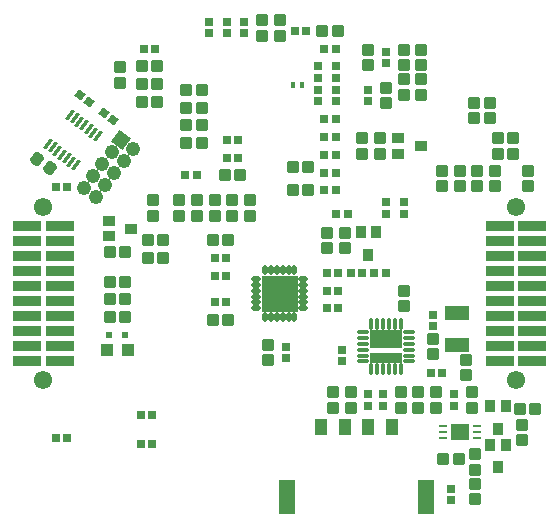
<source format=gbs>
G04*
G04 #@! TF.GenerationSoftware,Altium Limited,Altium Designer,24.4.1 (13)*
G04*
G04 Layer_Color=16711935*
%FSLAX44Y44*%
%MOMM*%
G71*
G04*
G04 #@! TF.SameCoordinates,55532D4A-085B-46E5-86D8-018E79720E20*
G04*
G04*
G04 #@! TF.FilePolarity,Negative*
G04*
G01*
G75*
%ADD22R,0.7154X0.6725*%
%ADD26R,0.6725X0.7154*%
G04:AMPARAMS|DCode=51|XSize=1.1mm|YSize=0.95mm|CornerRadius=0.175mm|HoleSize=0mm|Usage=FLASHONLY|Rotation=90.000|XOffset=0mm|YOffset=0mm|HoleType=Round|Shape=RoundedRectangle|*
%AMROUNDEDRECTD51*
21,1,1.1000,0.6000,0,0,90.0*
21,1,0.7500,0.9500,0,0,90.0*
1,1,0.3500,0.3000,0.3750*
1,1,0.3500,0.3000,-0.3750*
1,1,0.3500,-0.3000,-0.3750*
1,1,0.3500,-0.3000,0.3750*
%
%ADD51ROUNDEDRECTD51*%
%ADD52R,0.8000X0.8000*%
G04:AMPARAMS|DCode=63|XSize=1.1mm|YSize=0.95mm|CornerRadius=0.175mm|HoleSize=0mm|Usage=FLASHONLY|Rotation=0.000|XOffset=0mm|YOffset=0mm|HoleType=Round|Shape=RoundedRectangle|*
%AMROUNDEDRECTD63*
21,1,1.1000,0.6000,0,0,0.0*
21,1,0.7500,0.9500,0,0,0.0*
1,1,0.3500,0.3750,-0.3000*
1,1,0.3500,-0.3750,-0.3000*
1,1,0.3500,-0.3750,0.3000*
1,1,0.3500,0.3750,0.3000*
%
%ADD63ROUNDEDRECTD63*%
%ADD69C,1.5500*%
%ADD70C,1.2100*%
%ADD71P,1.7112X4X98.0*%
%ADD84R,1.0000X1.0000*%
%ADD94R,2.0320X1.1430*%
%ADD95R,1.1000X1.4500*%
%ADD96R,1.3500X2.9000*%
G04:AMPARAMS|DCode=99|XSize=0.7154mm|YSize=0.6725mm|CornerRadius=0mm|HoleSize=0mm|Usage=FLASHONLY|Rotation=323.000|XOffset=0mm|YOffset=0mm|HoleType=Round|Shape=Rectangle|*
%AMROTATEDRECTD99*
4,1,4,-0.4880,-0.0533,-0.0833,0.4838,0.4880,0.0533,0.0833,-0.4838,-0.4880,-0.0533,0.0*
%
%ADD99ROTATEDRECTD99*%

%ADD100R,0.7000X0.2500*%
%ADD101R,1.6500X1.3500*%
%ADD102R,0.4000X0.5000*%
G04:AMPARAMS|DCode=103|XSize=0.9779mm|YSize=0.3048mm|CornerRadius=0mm|HoleSize=0mm|Usage=FLASHONLY|Rotation=233.000|XOffset=0mm|YOffset=0mm|HoleType=Round|Shape=Rectangle|*
%AMROTATEDRECTD103*
4,1,4,0.1725,0.4822,0.4160,0.2988,-0.1725,-0.4822,-0.4160,-0.2988,0.1725,0.4822,0.0*
%
%ADD103ROTATEDRECTD103*%

%ADD105R,3.0900X3.0900*%
%ADD106O,0.8000X0.5000*%
%ADD107O,0.5000X0.8000*%
%ADD108R,2.8000X1.5500*%
%ADD109R,2.8000X0.9500*%
%ADD110O,0.4000X1.0000*%
%ADD111O,1.0000X0.4000*%
%ADD112R,0.6300X0.5500*%
%ADD113R,1.0500X0.8500*%
%ADD114R,0.8500X1.0500*%
G04:AMPARAMS|DCode=115|XSize=1.1mm|YSize=0.95mm|CornerRadius=0.175mm|HoleSize=0mm|Usage=FLASHONLY|Rotation=53.000|XOffset=0mm|YOffset=0mm|HoleType=Round|Shape=RoundedRectangle|*
%AMROUNDEDRECTD115*
21,1,1.1000,0.6000,0,0,53.0*
21,1,0.7500,0.9500,0,0,53.0*
1,1,0.3500,0.4653,0.1189*
1,1,0.3500,0.0139,-0.4800*
1,1,0.3500,-0.4653,-0.1189*
1,1,0.3500,-0.0139,0.4800*
%
%ADD115ROUNDEDRECTD115*%
%ADD116R,2.3700X0.8900*%
D22*
X-189571Y-122286D02*
D03*
X-180000D02*
D03*
X-107714Y-127500D02*
D03*
X-117286D02*
D03*
X-107714Y-102500D02*
D03*
X-117286D02*
D03*
X127714Y-67500D02*
D03*
X137286D02*
D03*
X69786Y17500D02*
D03*
X60214D02*
D03*
X80214D02*
D03*
X89786D02*
D03*
X37714Y87500D02*
D03*
X47286D02*
D03*
X37714Y117500D02*
D03*
X47286D02*
D03*
X-35214Y115000D02*
D03*
X-44786D02*
D03*
X-79786Y100000D02*
D03*
X-70214D02*
D03*
X37714Y207500D02*
D03*
X47286D02*
D03*
X37714Y132500D02*
D03*
X47286D02*
D03*
X37714Y147500D02*
D03*
X47286D02*
D03*
X-35214Y130000D02*
D03*
X-44786D02*
D03*
X-105214Y207500D02*
D03*
X-114786D02*
D03*
X-189786Y90000D02*
D03*
X-180214D02*
D03*
X12714Y222500D02*
D03*
X22286D02*
D03*
X37714Y102500D02*
D03*
X47286D02*
D03*
X-54786Y30000D02*
D03*
X-45214D02*
D03*
X-54786Y15000D02*
D03*
X-45214D02*
D03*
X40214Y17500D02*
D03*
X49786D02*
D03*
X40214Y2500D02*
D03*
X49786D02*
D03*
X40214Y-12500D02*
D03*
X49786D02*
D03*
X-45214Y-7500D02*
D03*
X-54786D02*
D03*
D26*
X5000Y-45214D02*
D03*
Y-54786D02*
D03*
X90000Y67714D02*
D03*
Y77286D02*
D03*
X105000Y67714D02*
D03*
Y77286D02*
D03*
X130000Y-17714D02*
D03*
Y-27286D02*
D03*
X145000Y-165214D02*
D03*
Y-174786D02*
D03*
X147500Y-94786D02*
D03*
Y-85214D02*
D03*
X75000Y-85214D02*
D03*
Y-94786D02*
D03*
X87500Y-85214D02*
D03*
Y-94786D02*
D03*
X52500Y-47714D02*
D03*
Y-57286D02*
D03*
X47500Y162714D02*
D03*
Y172286D02*
D03*
X-45000Y229786D02*
D03*
Y220214D02*
D03*
X47500Y192286D02*
D03*
Y182714D02*
D03*
X-60000Y229786D02*
D03*
Y220214D02*
D03*
X-30000Y229786D02*
D03*
Y220214D02*
D03*
X75000Y172286D02*
D03*
Y162714D02*
D03*
X90000Y195214D02*
D03*
Y204786D02*
D03*
X32500Y162714D02*
D03*
Y172286D02*
D03*
Y192286D02*
D03*
Y182714D02*
D03*
D51*
X-66000Y172500D02*
D03*
X-79000D02*
D03*
X-66000Y157500D02*
D03*
X-79000D02*
D03*
X-116500Y177500D02*
D03*
X-103500D02*
D03*
X-131000Y35000D02*
D03*
X-144000D02*
D03*
X-144000Y-5000D02*
D03*
X-131000D02*
D03*
X-131000Y10000D02*
D03*
X-144000D02*
D03*
X49000Y222500D02*
D03*
X36000D02*
D03*
X-144000Y-20000D02*
D03*
X-131000D02*
D03*
X-66000Y127500D02*
D03*
X-79000D02*
D03*
X-66000Y142500D02*
D03*
X-79000D02*
D03*
X-46500Y100000D02*
D03*
X-33500D02*
D03*
X24000Y87500D02*
D03*
X11000D02*
D03*
X24000Y107500D02*
D03*
X11000D02*
D03*
X216500Y-97500D02*
D03*
X203500D02*
D03*
X151500Y-140000D02*
D03*
X138500D02*
D03*
X-116500Y162500D02*
D03*
X-103500D02*
D03*
X-116500Y192500D02*
D03*
X-103500D02*
D03*
X197750Y131750D02*
D03*
X184750D02*
D03*
X197750Y118250D02*
D03*
X184750D02*
D03*
X177750Y161750D02*
D03*
X164750D02*
D03*
X177750Y148250D02*
D03*
X164750D02*
D03*
X-98500Y45000D02*
D03*
X-111500D02*
D03*
X-56500D02*
D03*
X-43500D02*
D03*
X-111500Y30000D02*
D03*
X-98500D02*
D03*
X-56500Y-22500D02*
D03*
X-43500D02*
D03*
D52*
X57500Y67500D02*
D03*
X47500D02*
D03*
D63*
X-15000Y231500D02*
D03*
Y218500D02*
D03*
X0Y231500D02*
D03*
Y218500D02*
D03*
X-135000Y191500D02*
D03*
Y178500D02*
D03*
X75000Y193500D02*
D03*
Y206500D02*
D03*
X90000Y161000D02*
D03*
Y174000D02*
D03*
X120000Y206500D02*
D03*
Y193500D02*
D03*
Y168500D02*
D03*
Y181500D02*
D03*
X152500Y104000D02*
D03*
Y91000D02*
D03*
X137500Y91000D02*
D03*
Y104000D02*
D03*
X105000Y2500D02*
D03*
Y-10500D02*
D03*
X85000Y118500D02*
D03*
Y131500D02*
D03*
X70000Y131500D02*
D03*
Y118500D02*
D03*
X-10000Y-43500D02*
D03*
Y-56500D02*
D03*
X-70000Y79000D02*
D03*
Y66000D02*
D03*
X-85000Y79000D02*
D03*
Y66000D02*
D03*
X-107500Y79000D02*
D03*
Y66000D02*
D03*
X-40000Y66000D02*
D03*
Y79000D02*
D03*
X-55000Y66000D02*
D03*
Y79000D02*
D03*
X-25000Y66000D02*
D03*
Y79000D02*
D03*
X130000Y-51500D02*
D03*
Y-38500D02*
D03*
X102500Y-96500D02*
D03*
Y-83500D02*
D03*
X167500Y104000D02*
D03*
Y91000D02*
D03*
X157500Y-56000D02*
D03*
Y-69000D02*
D03*
X205000Y-111000D02*
D03*
Y-124000D02*
D03*
X162500Y-96500D02*
D03*
Y-83500D02*
D03*
X165000Y-149000D02*
D03*
Y-136000D02*
D03*
Y-174000D02*
D03*
Y-161000D02*
D03*
X132500Y-96500D02*
D03*
Y-83500D02*
D03*
X60000Y-83500D02*
D03*
Y-96500D02*
D03*
X117500Y-83500D02*
D03*
Y-96500D02*
D03*
X45000Y-83500D02*
D03*
Y-96500D02*
D03*
X40000Y51500D02*
D03*
Y38500D02*
D03*
X55000Y38500D02*
D03*
Y51500D02*
D03*
X105000Y193500D02*
D03*
Y206500D02*
D03*
X210000Y91000D02*
D03*
Y104000D02*
D03*
X182500Y91000D02*
D03*
Y104000D02*
D03*
X105000Y168500D02*
D03*
Y181500D02*
D03*
D69*
X200000Y-73050D02*
D03*
Y73050D02*
D03*
X-200000Y-73050D02*
D03*
Y73050D02*
D03*
X200000Y-73050D02*
D03*
Y73050D02*
D03*
X-200000Y-73050D02*
D03*
Y73050D02*
D03*
D70*
X-155143Y82072D02*
D03*
X-165286Y89715D02*
D03*
X-147500Y92214D02*
D03*
X-157643Y99857D02*
D03*
X-139857Y102357D02*
D03*
X-150000Y110000D02*
D03*
X-132214Y112500D02*
D03*
X-142357Y120143D02*
D03*
X-124571Y122642D02*
D03*
D71*
X-134714Y130285D02*
D03*
D84*
X-146500Y-47500D02*
D03*
X-128500D02*
D03*
D94*
X150000Y-43335D02*
D03*
Y-16665D02*
D03*
D95*
X35000Y-112750D02*
D03*
X55000D02*
D03*
X75000D02*
D03*
X95000D02*
D03*
D96*
X123950Y-172500D02*
D03*
X6050D02*
D03*
D99*
X-141178Y147120D02*
D03*
X-148822Y152880D02*
D03*
X-168822Y167880D02*
D03*
X-161178Y162120D02*
D03*
D100*
X166750Y-112500D02*
D03*
Y-117500D02*
D03*
Y-122500D02*
D03*
X138250D02*
D03*
Y-117500D02*
D03*
Y-112500D02*
D03*
D101*
X152500Y-117500D02*
D03*
D102*
X11000Y177000D02*
D03*
X19000D02*
D03*
D103*
X-177696Y151353D02*
D03*
X-173702Y148343D02*
D03*
X-169708Y145333D02*
D03*
X-165714Y142323D02*
D03*
X-161719Y139313D02*
D03*
X-157725Y136304D02*
D03*
X-153731Y133294D02*
D03*
X-172304Y108647D02*
D03*
X-176298Y111657D02*
D03*
X-180292Y114667D02*
D03*
X-184286Y117677D02*
D03*
X-188281Y120687D02*
D03*
X-192275Y123696D02*
D03*
X-196269Y126706D02*
D03*
D105*
X0Y0D02*
D03*
D106*
X-19750Y12500D02*
D03*
Y7500D02*
D03*
Y2500D02*
D03*
Y-2500D02*
D03*
Y-7500D02*
D03*
Y-12500D02*
D03*
X19750D02*
D03*
Y-7500D02*
D03*
Y-2500D02*
D03*
Y2500D02*
D03*
Y7500D02*
D03*
Y12500D02*
D03*
D107*
X-12500Y-19750D02*
D03*
X-7500D02*
D03*
X-2500D02*
D03*
X2500D02*
D03*
X7500D02*
D03*
X12500D02*
D03*
Y19750D02*
D03*
X7500D02*
D03*
X2500D02*
D03*
X-2500D02*
D03*
X-7500D02*
D03*
X-12500D02*
D03*
D108*
X90000Y-38750D02*
D03*
D109*
Y-54350D02*
D03*
D110*
X102500Y-25750D02*
D03*
X97500D02*
D03*
X92500D02*
D03*
X87500D02*
D03*
X82500D02*
D03*
X77500D02*
D03*
Y-64250D02*
D03*
X82500D02*
D03*
X87500D02*
D03*
X92500D02*
D03*
X97500D02*
D03*
X102500D02*
D03*
D111*
X70750Y-32500D02*
D03*
Y-37500D02*
D03*
Y-42500D02*
D03*
Y-47500D02*
D03*
Y-52500D02*
D03*
Y-57500D02*
D03*
X109250D02*
D03*
Y-52500D02*
D03*
Y-47500D02*
D03*
Y-42500D02*
D03*
Y-37500D02*
D03*
Y-32500D02*
D03*
D112*
X-130900Y-35000D02*
D03*
X-144100D02*
D03*
D113*
X-125500Y55000D02*
D03*
X-144500Y61500D02*
D03*
Y48500D02*
D03*
X100500Y118500D02*
D03*
Y131500D02*
D03*
X119500Y125000D02*
D03*
D114*
X185000Y-147000D02*
D03*
X191500Y-128000D02*
D03*
X178500D02*
D03*
X68500Y52000D02*
D03*
X81500D02*
D03*
X75000Y33000D02*
D03*
X178500Y-95500D02*
D03*
X191500D02*
D03*
X185000Y-114500D02*
D03*
D115*
X-205191Y113912D02*
D03*
X-194809Y106088D02*
D03*
D116*
X213650Y-57150D02*
D03*
Y-44450D02*
D03*
Y-31750D02*
D03*
Y-19050D02*
D03*
Y-6350D02*
D03*
Y6350D02*
D03*
Y19050D02*
D03*
Y31750D02*
D03*
Y44450D02*
D03*
Y57150D02*
D03*
X186350Y-57150D02*
D03*
Y-44450D02*
D03*
Y-31750D02*
D03*
Y-19050D02*
D03*
Y-6350D02*
D03*
Y6350D02*
D03*
Y19050D02*
D03*
Y31750D02*
D03*
Y44450D02*
D03*
Y57150D02*
D03*
X-186350Y-57150D02*
D03*
Y-44450D02*
D03*
Y-31750D02*
D03*
Y-19050D02*
D03*
Y-6350D02*
D03*
Y6350D02*
D03*
Y19050D02*
D03*
Y31750D02*
D03*
Y44450D02*
D03*
Y57150D02*
D03*
X-213650Y-57150D02*
D03*
Y-44450D02*
D03*
Y-31750D02*
D03*
Y-19050D02*
D03*
Y-6350D02*
D03*
Y6350D02*
D03*
Y19050D02*
D03*
Y31750D02*
D03*
Y44450D02*
D03*
Y57150D02*
D03*
M02*

</source>
